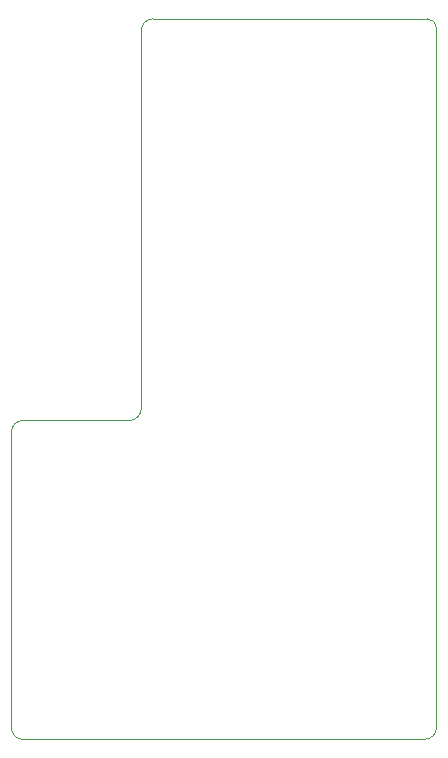
<source format=gm1>
%TF.GenerationSoftware,KiCad,Pcbnew,7.0.5*%
%TF.CreationDate,2023-11-03T15:53:39+09:00*%
%TF.ProjectId,EMUZ80SD_MK2,454d555a-3830-4534-945f-4d4b322e6b69,2.2*%
%TF.SameCoordinates,PX7560bf6PY775100a*%
%TF.FileFunction,Profile,NP*%
%FSLAX46Y46*%
G04 Gerber Fmt 4.6, Leading zero omitted, Abs format (unit mm)*
G04 Created by KiCad (PCBNEW 7.0.5) date 2023-11-03 15:53:39*
%MOMM*%
%LPD*%
G01*
G04 APERTURE LIST*
%TA.AperFunction,Profile*%
%ADD10C,0.100000*%
%TD*%
G04 APERTURE END LIST*
D10*
X0Y1000000D02*
X0Y26000000D01*
X36000000Y60250000D02*
G75*
G03*
X35250000Y61000000I-749970J30D01*
G01*
X35000094Y60D02*
G75*
G03*
X36000000Y1000000I-64J999970D01*
G01*
X10000000Y26999960D02*
G75*
G03*
X11000000Y28000000I-70J1000070D01*
G01*
X1000000Y27000060D02*
G75*
G03*
X0Y26000000I30J-1000030D01*
G01*
X12000000Y61000000D02*
X35250000Y61000000D01*
X12000000Y61000060D02*
G75*
G03*
X11000000Y59999960I30J-1000030D01*
G01*
X35000094Y0D02*
X1000000Y0D01*
X10000000Y27000000D02*
X1000000Y27000000D01*
X0Y1000000D02*
G75*
G03*
X1000000Y0I1000030J30D01*
G01*
X36000000Y60250000D02*
X36000000Y1000000D01*
X11000000Y59999960D02*
X11000000Y28000000D01*
M02*

</source>
